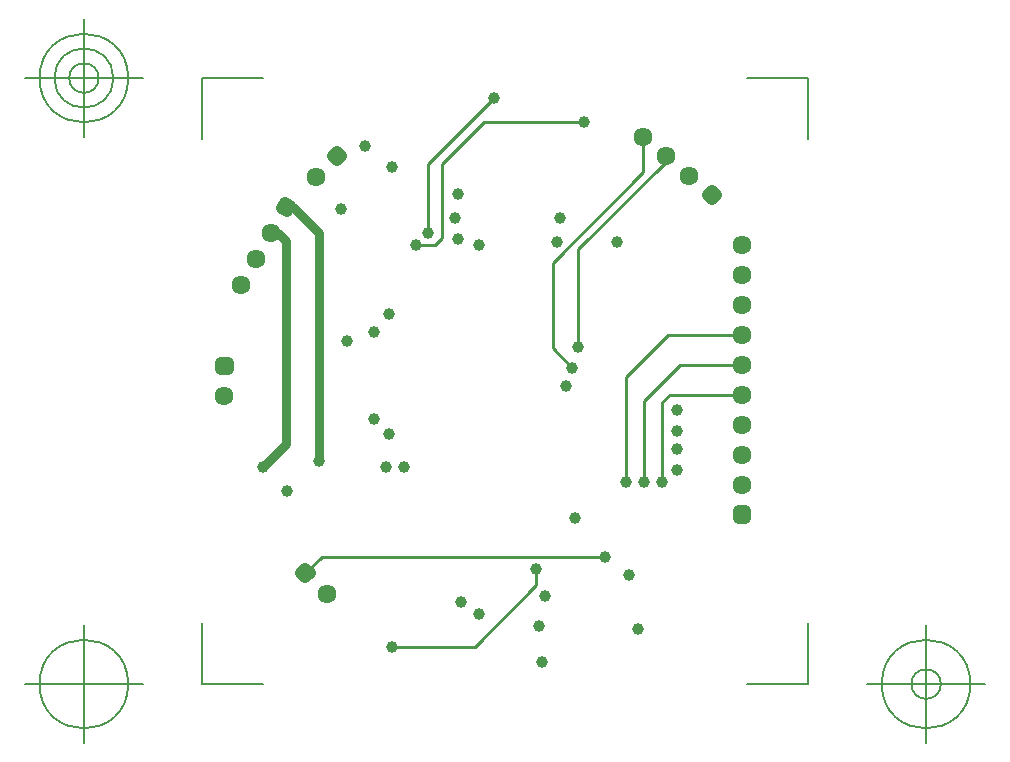
<source format=gbr>
G04 Generated by Ultiboard 13.0 *
%FSLAX25Y25*%
%MOIN*%

%ADD10C,0.00001*%
%ADD11C,0.03000*%
%ADD12C,0.01000*%
%ADD13C,0.00500*%
%ADD14C,0.03937*%
%ADD15C,0.06334*%
%ADD16R,0.02083X0.02083*%
%ADD17C,0.03917*%
%ADD18P,0.02945X4X15*%
%ADD19P,0.02945X4*%
%ADD20P,0.02945X4X5*%


G04 ColorRGB FFCC33 for the following layer *
%LNCopper Inner 2*%
%LPD*%
G54D10*
G54D11*
X63977Y220523D02*
X72500Y212000D01*
X72500Y136000D01*
X61500Y220523D02*
X63977Y220523D01*
X61637Y141637D02*
X54000Y134000D01*
X61637Y209070D02*
X58844Y211863D01*
X61637Y209070D02*
X61637Y141637D01*
X56500Y211863D02*
X58844Y211863D01*
G54D12*
X168000Y104000D02*
X73500Y104000D01*
X68000Y98500D01*
X124500Y74000D02*
X145000Y94500D01*
X145000Y100000D01*
X97000Y74000D02*
X124500Y74000D01*
X180519Y243784D02*
X180519Y232019D01*
X150500Y202000D01*
X150500Y173500D01*
X157000Y167000D01*
X159000Y174000D02*
X159000Y206500D01*
X188179Y235679D01*
X188179Y237356D01*
X131000Y257000D02*
X109000Y235000D01*
X109000Y212000D01*
X161000Y249000D02*
X127500Y249000D01*
X113500Y235000D01*
X113500Y210293D02*
X113500Y235000D01*
X111207Y208000D02*
X105000Y208000D01*
X111207Y208000D02*
X113500Y210293D01*
X187000Y129000D02*
X187000Y155500D01*
X189500Y158000D01*
X213500Y158000D01*
X181000Y129000D02*
X181000Y156000D01*
X193000Y168000D01*
X213500Y168000D01*
X175000Y129000D02*
X175000Y164000D01*
X189000Y178000D01*
X213500Y178000D01*
G54D13*
X33500Y61500D02*
X33500Y81700D01*
X33500Y61500D02*
X53700Y61500D01*
X235500Y61500D02*
X215300Y61500D01*
X235500Y61500D02*
X235500Y81700D01*
X235500Y263500D02*
X235500Y243300D01*
X235500Y263500D02*
X215300Y263500D01*
X33500Y263500D02*
X53700Y263500D01*
X33500Y263500D02*
X33500Y243300D01*
X13815Y61500D02*
X-25555Y61500D01*
X-5870Y41815D02*
X-5870Y81185D01*
X-20634Y61500D02*
G75*
D01*
G02X-20634Y61500I14764J0*
G01*
X255185Y61500D02*
X294555Y61500D01*
X274870Y41815D02*
X274870Y81185D01*
X260106Y61500D02*
G75*
D01*
G02X260106Y61500I14764J0*
G01*
X269949Y61500D02*
G75*
D01*
G02X269949Y61500I4921J0*
G01*
X13815Y263500D02*
X-25555Y263500D01*
X-5870Y243815D02*
X-5870Y283185D01*
X-20634Y263500D02*
G75*
D01*
G02X-20634Y263500I14764J0*
G01*
X-15713Y263500D02*
G75*
D01*
G02X-15713Y263500I9843J0*
G01*
X-10791Y263500D02*
G75*
D01*
G02X-10791Y263500I4921J0*
G01*
G54D14*
X118000Y217000D03*
X119000Y225000D03*
X172000Y209000D03*
X62000Y126000D03*
X91000Y150000D03*
X95000Y134000D03*
X82000Y176000D03*
X54000Y134000D03*
X153000Y217000D03*
X88000Y241000D03*
X119000Y210000D03*
X109000Y212000D03*
X105000Y208000D03*
X96000Y185000D03*
X91000Y179000D03*
X158000Y117000D03*
X148000Y91000D03*
X147000Y69000D03*
X179000Y80000D03*
X176000Y98000D03*
X146000Y81000D03*
X120000Y89000D03*
X168000Y104000D03*
X126000Y85000D03*
X145000Y100000D03*
X97000Y74000D03*
X159000Y174000D03*
X157000Y167000D03*
X152000Y209000D03*
X155000Y161000D03*
X131000Y257000D03*
X161000Y249000D03*
X126000Y208000D03*
X97000Y234000D03*
X80000Y220000D03*
X192000Y153000D03*
X192000Y146000D03*
X192000Y140000D03*
X192000Y133000D03*
X187000Y129000D03*
X181000Y129000D03*
X175000Y129000D03*
X101000Y134000D03*
X96000Y145000D03*
X72500Y136000D03*
G54D15*
X41000Y157500D03*
X46500Y194543D03*
X51500Y203203D03*
X56500Y211863D03*
X71429Y230429D03*
X75071Y91429D03*
X188179Y237356D03*
X180519Y243784D03*
X195840Y230928D03*
X213500Y128000D03*
X213500Y138000D03*
X213500Y178000D03*
X213500Y148000D03*
X213500Y158000D03*
X213500Y168000D03*
X213500Y208000D03*
X213500Y198000D03*
X213500Y188000D03*
G54D16*
X41000Y167500D03*
X213500Y118000D03*
G54D17*
X39959Y166459D02*
X42041Y166459D01*
X42041Y168541D01*
X39959Y168541D01*
X39959Y166459D01*D02*
X61119Y221946D02*
X60077Y220142D01*
X61881Y219101D01*
X62923Y220905D01*
X61119Y221946D01*D02*
X78500Y238973D02*
X77027Y237500D01*
X78500Y236027D01*
X79973Y237500D01*
X78500Y238973D01*D02*
X66527Y98500D02*
X68000Y97027D01*
X69473Y98500D01*
X68000Y99973D01*
X66527Y98500D01*D02*
X204967Y224628D02*
X203372Y225967D01*
X202033Y224372D01*
X203628Y223033D01*
X204967Y224628D01*D02*
X212459Y116959D02*
X214541Y116959D01*
X214541Y119041D01*
X212459Y119041D01*
X212459Y116959D01*D02*
G54D18*
X61500Y220523D03*
G54D19*
X78500Y237500D03*
X68000Y98500D03*
G54D20*
X203500Y224500D03*

M02*

</source>
